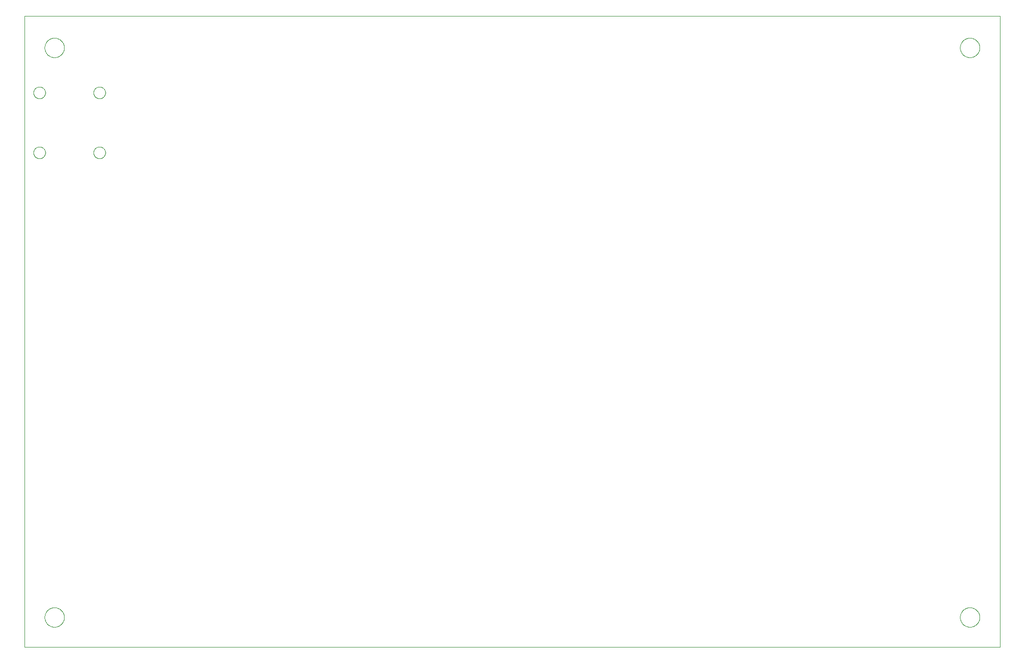
<source format=gbr>
G75*
%MOIN*%
%OFA0B0*%
%FSLAX25Y25*%
%IPPOS*%
%LPD*%
%AMOC8*
5,1,8,0,0,1.08239X$1,22.5*
%
%ADD10C,0.00000*%
D10*
X0001000Y0001000D02*
X0001000Y0422201D01*
X0650921Y0422201D01*
X0650921Y0001000D01*
X0001000Y0001000D01*
X0014504Y0021000D02*
X0014506Y0021161D01*
X0014512Y0021321D01*
X0014522Y0021482D01*
X0014536Y0021642D01*
X0014554Y0021801D01*
X0014575Y0021961D01*
X0014601Y0022119D01*
X0014631Y0022277D01*
X0014664Y0022434D01*
X0014702Y0022591D01*
X0014743Y0022746D01*
X0014788Y0022900D01*
X0014837Y0023053D01*
X0014890Y0023205D01*
X0014946Y0023355D01*
X0015006Y0023504D01*
X0015070Y0023652D01*
X0015137Y0023798D01*
X0015208Y0023942D01*
X0015283Y0024084D01*
X0015361Y0024225D01*
X0015442Y0024363D01*
X0015527Y0024500D01*
X0015616Y0024634D01*
X0015707Y0024766D01*
X0015802Y0024896D01*
X0015900Y0025023D01*
X0016001Y0025148D01*
X0016105Y0025271D01*
X0016212Y0025390D01*
X0016322Y0025507D01*
X0016435Y0025622D01*
X0016551Y0025733D01*
X0016669Y0025842D01*
X0016790Y0025947D01*
X0016914Y0026050D01*
X0017040Y0026150D01*
X0017169Y0026246D01*
X0017300Y0026339D01*
X0017433Y0026429D01*
X0017568Y0026516D01*
X0017706Y0026599D01*
X0017845Y0026678D01*
X0017987Y0026755D01*
X0018130Y0026828D01*
X0018275Y0026897D01*
X0018422Y0026962D01*
X0018570Y0027024D01*
X0018720Y0027083D01*
X0018871Y0027137D01*
X0019023Y0027188D01*
X0019177Y0027235D01*
X0019332Y0027278D01*
X0019487Y0027317D01*
X0019644Y0027353D01*
X0019802Y0027385D01*
X0019960Y0027412D01*
X0020119Y0027436D01*
X0020278Y0027456D01*
X0020438Y0027472D01*
X0020599Y0027484D01*
X0020759Y0027492D01*
X0020920Y0027496D01*
X0021080Y0027496D01*
X0021241Y0027492D01*
X0021401Y0027484D01*
X0021562Y0027472D01*
X0021722Y0027456D01*
X0021881Y0027436D01*
X0022040Y0027412D01*
X0022198Y0027385D01*
X0022356Y0027353D01*
X0022513Y0027317D01*
X0022668Y0027278D01*
X0022823Y0027235D01*
X0022977Y0027188D01*
X0023129Y0027137D01*
X0023280Y0027083D01*
X0023430Y0027024D01*
X0023578Y0026962D01*
X0023725Y0026897D01*
X0023870Y0026828D01*
X0024013Y0026755D01*
X0024155Y0026678D01*
X0024294Y0026599D01*
X0024432Y0026516D01*
X0024567Y0026429D01*
X0024700Y0026339D01*
X0024831Y0026246D01*
X0024960Y0026150D01*
X0025086Y0026050D01*
X0025210Y0025947D01*
X0025331Y0025842D01*
X0025449Y0025733D01*
X0025565Y0025622D01*
X0025678Y0025507D01*
X0025788Y0025390D01*
X0025895Y0025271D01*
X0025999Y0025148D01*
X0026100Y0025023D01*
X0026198Y0024896D01*
X0026293Y0024766D01*
X0026384Y0024634D01*
X0026473Y0024500D01*
X0026558Y0024363D01*
X0026639Y0024225D01*
X0026717Y0024084D01*
X0026792Y0023942D01*
X0026863Y0023798D01*
X0026930Y0023652D01*
X0026994Y0023504D01*
X0027054Y0023355D01*
X0027110Y0023205D01*
X0027163Y0023053D01*
X0027212Y0022900D01*
X0027257Y0022746D01*
X0027298Y0022591D01*
X0027336Y0022434D01*
X0027369Y0022277D01*
X0027399Y0022119D01*
X0027425Y0021961D01*
X0027446Y0021801D01*
X0027464Y0021642D01*
X0027478Y0021482D01*
X0027488Y0021321D01*
X0027494Y0021161D01*
X0027496Y0021000D01*
X0027494Y0020839D01*
X0027488Y0020679D01*
X0027478Y0020518D01*
X0027464Y0020358D01*
X0027446Y0020199D01*
X0027425Y0020039D01*
X0027399Y0019881D01*
X0027369Y0019723D01*
X0027336Y0019566D01*
X0027298Y0019409D01*
X0027257Y0019254D01*
X0027212Y0019100D01*
X0027163Y0018947D01*
X0027110Y0018795D01*
X0027054Y0018645D01*
X0026994Y0018496D01*
X0026930Y0018348D01*
X0026863Y0018202D01*
X0026792Y0018058D01*
X0026717Y0017916D01*
X0026639Y0017775D01*
X0026558Y0017637D01*
X0026473Y0017500D01*
X0026384Y0017366D01*
X0026293Y0017234D01*
X0026198Y0017104D01*
X0026100Y0016977D01*
X0025999Y0016852D01*
X0025895Y0016729D01*
X0025788Y0016610D01*
X0025678Y0016493D01*
X0025565Y0016378D01*
X0025449Y0016267D01*
X0025331Y0016158D01*
X0025210Y0016053D01*
X0025086Y0015950D01*
X0024960Y0015850D01*
X0024831Y0015754D01*
X0024700Y0015661D01*
X0024567Y0015571D01*
X0024432Y0015484D01*
X0024294Y0015401D01*
X0024155Y0015322D01*
X0024013Y0015245D01*
X0023870Y0015172D01*
X0023725Y0015103D01*
X0023578Y0015038D01*
X0023430Y0014976D01*
X0023280Y0014917D01*
X0023129Y0014863D01*
X0022977Y0014812D01*
X0022823Y0014765D01*
X0022668Y0014722D01*
X0022513Y0014683D01*
X0022356Y0014647D01*
X0022198Y0014615D01*
X0022040Y0014588D01*
X0021881Y0014564D01*
X0021722Y0014544D01*
X0021562Y0014528D01*
X0021401Y0014516D01*
X0021241Y0014508D01*
X0021080Y0014504D01*
X0020920Y0014504D01*
X0020759Y0014508D01*
X0020599Y0014516D01*
X0020438Y0014528D01*
X0020278Y0014544D01*
X0020119Y0014564D01*
X0019960Y0014588D01*
X0019802Y0014615D01*
X0019644Y0014647D01*
X0019487Y0014683D01*
X0019332Y0014722D01*
X0019177Y0014765D01*
X0019023Y0014812D01*
X0018871Y0014863D01*
X0018720Y0014917D01*
X0018570Y0014976D01*
X0018422Y0015038D01*
X0018275Y0015103D01*
X0018130Y0015172D01*
X0017987Y0015245D01*
X0017845Y0015322D01*
X0017706Y0015401D01*
X0017568Y0015484D01*
X0017433Y0015571D01*
X0017300Y0015661D01*
X0017169Y0015754D01*
X0017040Y0015850D01*
X0016914Y0015950D01*
X0016790Y0016053D01*
X0016669Y0016158D01*
X0016551Y0016267D01*
X0016435Y0016378D01*
X0016322Y0016493D01*
X0016212Y0016610D01*
X0016105Y0016729D01*
X0016001Y0016852D01*
X0015900Y0016977D01*
X0015802Y0017104D01*
X0015707Y0017234D01*
X0015616Y0017366D01*
X0015527Y0017500D01*
X0015442Y0017637D01*
X0015361Y0017775D01*
X0015283Y0017916D01*
X0015208Y0018058D01*
X0015137Y0018202D01*
X0015070Y0018348D01*
X0015006Y0018496D01*
X0014946Y0018645D01*
X0014890Y0018795D01*
X0014837Y0018947D01*
X0014788Y0019100D01*
X0014743Y0019254D01*
X0014702Y0019409D01*
X0014664Y0019566D01*
X0014631Y0019723D01*
X0014601Y0019881D01*
X0014575Y0020039D01*
X0014554Y0020199D01*
X0014536Y0020358D01*
X0014522Y0020518D01*
X0014512Y0020679D01*
X0014506Y0020839D01*
X0014504Y0021000D01*
X0007063Y0331000D02*
X0007065Y0331125D01*
X0007071Y0331250D01*
X0007081Y0331374D01*
X0007095Y0331498D01*
X0007112Y0331622D01*
X0007134Y0331745D01*
X0007160Y0331867D01*
X0007189Y0331989D01*
X0007222Y0332109D01*
X0007260Y0332228D01*
X0007300Y0332347D01*
X0007345Y0332463D01*
X0007393Y0332578D01*
X0007445Y0332692D01*
X0007501Y0332804D01*
X0007560Y0332914D01*
X0007622Y0333022D01*
X0007688Y0333129D01*
X0007757Y0333233D01*
X0007830Y0333334D01*
X0007905Y0333434D01*
X0007984Y0333531D01*
X0008066Y0333625D01*
X0008151Y0333717D01*
X0008238Y0333806D01*
X0008329Y0333892D01*
X0008422Y0333975D01*
X0008518Y0334056D01*
X0008616Y0334133D01*
X0008716Y0334207D01*
X0008819Y0334278D01*
X0008924Y0334345D01*
X0009032Y0334410D01*
X0009141Y0334470D01*
X0009252Y0334528D01*
X0009365Y0334581D01*
X0009479Y0334631D01*
X0009595Y0334678D01*
X0009712Y0334720D01*
X0009831Y0334759D01*
X0009951Y0334795D01*
X0010072Y0334826D01*
X0010194Y0334854D01*
X0010316Y0334877D01*
X0010440Y0334897D01*
X0010564Y0334913D01*
X0010688Y0334925D01*
X0010813Y0334933D01*
X0010938Y0334937D01*
X0011062Y0334937D01*
X0011187Y0334933D01*
X0011312Y0334925D01*
X0011436Y0334913D01*
X0011560Y0334897D01*
X0011684Y0334877D01*
X0011806Y0334854D01*
X0011928Y0334826D01*
X0012049Y0334795D01*
X0012169Y0334759D01*
X0012288Y0334720D01*
X0012405Y0334678D01*
X0012521Y0334631D01*
X0012635Y0334581D01*
X0012748Y0334528D01*
X0012859Y0334470D01*
X0012969Y0334410D01*
X0013076Y0334345D01*
X0013181Y0334278D01*
X0013284Y0334207D01*
X0013384Y0334133D01*
X0013482Y0334056D01*
X0013578Y0333975D01*
X0013671Y0333892D01*
X0013762Y0333806D01*
X0013849Y0333717D01*
X0013934Y0333625D01*
X0014016Y0333531D01*
X0014095Y0333434D01*
X0014170Y0333334D01*
X0014243Y0333233D01*
X0014312Y0333129D01*
X0014378Y0333022D01*
X0014440Y0332914D01*
X0014499Y0332804D01*
X0014555Y0332692D01*
X0014607Y0332578D01*
X0014655Y0332463D01*
X0014700Y0332347D01*
X0014740Y0332228D01*
X0014778Y0332109D01*
X0014811Y0331989D01*
X0014840Y0331867D01*
X0014866Y0331745D01*
X0014888Y0331622D01*
X0014905Y0331498D01*
X0014919Y0331374D01*
X0014929Y0331250D01*
X0014935Y0331125D01*
X0014937Y0331000D01*
X0014935Y0330875D01*
X0014929Y0330750D01*
X0014919Y0330626D01*
X0014905Y0330502D01*
X0014888Y0330378D01*
X0014866Y0330255D01*
X0014840Y0330133D01*
X0014811Y0330011D01*
X0014778Y0329891D01*
X0014740Y0329772D01*
X0014700Y0329653D01*
X0014655Y0329537D01*
X0014607Y0329422D01*
X0014555Y0329308D01*
X0014499Y0329196D01*
X0014440Y0329086D01*
X0014378Y0328978D01*
X0014312Y0328871D01*
X0014243Y0328767D01*
X0014170Y0328666D01*
X0014095Y0328566D01*
X0014016Y0328469D01*
X0013934Y0328375D01*
X0013849Y0328283D01*
X0013762Y0328194D01*
X0013671Y0328108D01*
X0013578Y0328025D01*
X0013482Y0327944D01*
X0013384Y0327867D01*
X0013284Y0327793D01*
X0013181Y0327722D01*
X0013076Y0327655D01*
X0012968Y0327590D01*
X0012859Y0327530D01*
X0012748Y0327472D01*
X0012635Y0327419D01*
X0012521Y0327369D01*
X0012405Y0327322D01*
X0012288Y0327280D01*
X0012169Y0327241D01*
X0012049Y0327205D01*
X0011928Y0327174D01*
X0011806Y0327146D01*
X0011684Y0327123D01*
X0011560Y0327103D01*
X0011436Y0327087D01*
X0011312Y0327075D01*
X0011187Y0327067D01*
X0011062Y0327063D01*
X0010938Y0327063D01*
X0010813Y0327067D01*
X0010688Y0327075D01*
X0010564Y0327087D01*
X0010440Y0327103D01*
X0010316Y0327123D01*
X0010194Y0327146D01*
X0010072Y0327174D01*
X0009951Y0327205D01*
X0009831Y0327241D01*
X0009712Y0327280D01*
X0009595Y0327322D01*
X0009479Y0327369D01*
X0009365Y0327419D01*
X0009252Y0327472D01*
X0009141Y0327530D01*
X0009031Y0327590D01*
X0008924Y0327655D01*
X0008819Y0327722D01*
X0008716Y0327793D01*
X0008616Y0327867D01*
X0008518Y0327944D01*
X0008422Y0328025D01*
X0008329Y0328108D01*
X0008238Y0328194D01*
X0008151Y0328283D01*
X0008066Y0328375D01*
X0007984Y0328469D01*
X0007905Y0328566D01*
X0007830Y0328666D01*
X0007757Y0328767D01*
X0007688Y0328871D01*
X0007622Y0328978D01*
X0007560Y0329086D01*
X0007501Y0329196D01*
X0007445Y0329308D01*
X0007393Y0329422D01*
X0007345Y0329537D01*
X0007300Y0329653D01*
X0007260Y0329772D01*
X0007222Y0329891D01*
X0007189Y0330011D01*
X0007160Y0330133D01*
X0007134Y0330255D01*
X0007112Y0330378D01*
X0007095Y0330502D01*
X0007081Y0330626D01*
X0007071Y0330750D01*
X0007065Y0330875D01*
X0007063Y0331000D01*
X0047063Y0331000D02*
X0047065Y0331125D01*
X0047071Y0331250D01*
X0047081Y0331374D01*
X0047095Y0331498D01*
X0047112Y0331622D01*
X0047134Y0331745D01*
X0047160Y0331867D01*
X0047189Y0331989D01*
X0047222Y0332109D01*
X0047260Y0332228D01*
X0047300Y0332347D01*
X0047345Y0332463D01*
X0047393Y0332578D01*
X0047445Y0332692D01*
X0047501Y0332804D01*
X0047560Y0332914D01*
X0047622Y0333022D01*
X0047688Y0333129D01*
X0047757Y0333233D01*
X0047830Y0333334D01*
X0047905Y0333434D01*
X0047984Y0333531D01*
X0048066Y0333625D01*
X0048151Y0333717D01*
X0048238Y0333806D01*
X0048329Y0333892D01*
X0048422Y0333975D01*
X0048518Y0334056D01*
X0048616Y0334133D01*
X0048716Y0334207D01*
X0048819Y0334278D01*
X0048924Y0334345D01*
X0049032Y0334410D01*
X0049141Y0334470D01*
X0049252Y0334528D01*
X0049365Y0334581D01*
X0049479Y0334631D01*
X0049595Y0334678D01*
X0049712Y0334720D01*
X0049831Y0334759D01*
X0049951Y0334795D01*
X0050072Y0334826D01*
X0050194Y0334854D01*
X0050316Y0334877D01*
X0050440Y0334897D01*
X0050564Y0334913D01*
X0050688Y0334925D01*
X0050813Y0334933D01*
X0050938Y0334937D01*
X0051062Y0334937D01*
X0051187Y0334933D01*
X0051312Y0334925D01*
X0051436Y0334913D01*
X0051560Y0334897D01*
X0051684Y0334877D01*
X0051806Y0334854D01*
X0051928Y0334826D01*
X0052049Y0334795D01*
X0052169Y0334759D01*
X0052288Y0334720D01*
X0052405Y0334678D01*
X0052521Y0334631D01*
X0052635Y0334581D01*
X0052748Y0334528D01*
X0052859Y0334470D01*
X0052969Y0334410D01*
X0053076Y0334345D01*
X0053181Y0334278D01*
X0053284Y0334207D01*
X0053384Y0334133D01*
X0053482Y0334056D01*
X0053578Y0333975D01*
X0053671Y0333892D01*
X0053762Y0333806D01*
X0053849Y0333717D01*
X0053934Y0333625D01*
X0054016Y0333531D01*
X0054095Y0333434D01*
X0054170Y0333334D01*
X0054243Y0333233D01*
X0054312Y0333129D01*
X0054378Y0333022D01*
X0054440Y0332914D01*
X0054499Y0332804D01*
X0054555Y0332692D01*
X0054607Y0332578D01*
X0054655Y0332463D01*
X0054700Y0332347D01*
X0054740Y0332228D01*
X0054778Y0332109D01*
X0054811Y0331989D01*
X0054840Y0331867D01*
X0054866Y0331745D01*
X0054888Y0331622D01*
X0054905Y0331498D01*
X0054919Y0331374D01*
X0054929Y0331250D01*
X0054935Y0331125D01*
X0054937Y0331000D01*
X0054935Y0330875D01*
X0054929Y0330750D01*
X0054919Y0330626D01*
X0054905Y0330502D01*
X0054888Y0330378D01*
X0054866Y0330255D01*
X0054840Y0330133D01*
X0054811Y0330011D01*
X0054778Y0329891D01*
X0054740Y0329772D01*
X0054700Y0329653D01*
X0054655Y0329537D01*
X0054607Y0329422D01*
X0054555Y0329308D01*
X0054499Y0329196D01*
X0054440Y0329086D01*
X0054378Y0328978D01*
X0054312Y0328871D01*
X0054243Y0328767D01*
X0054170Y0328666D01*
X0054095Y0328566D01*
X0054016Y0328469D01*
X0053934Y0328375D01*
X0053849Y0328283D01*
X0053762Y0328194D01*
X0053671Y0328108D01*
X0053578Y0328025D01*
X0053482Y0327944D01*
X0053384Y0327867D01*
X0053284Y0327793D01*
X0053181Y0327722D01*
X0053076Y0327655D01*
X0052968Y0327590D01*
X0052859Y0327530D01*
X0052748Y0327472D01*
X0052635Y0327419D01*
X0052521Y0327369D01*
X0052405Y0327322D01*
X0052288Y0327280D01*
X0052169Y0327241D01*
X0052049Y0327205D01*
X0051928Y0327174D01*
X0051806Y0327146D01*
X0051684Y0327123D01*
X0051560Y0327103D01*
X0051436Y0327087D01*
X0051312Y0327075D01*
X0051187Y0327067D01*
X0051062Y0327063D01*
X0050938Y0327063D01*
X0050813Y0327067D01*
X0050688Y0327075D01*
X0050564Y0327087D01*
X0050440Y0327103D01*
X0050316Y0327123D01*
X0050194Y0327146D01*
X0050072Y0327174D01*
X0049951Y0327205D01*
X0049831Y0327241D01*
X0049712Y0327280D01*
X0049595Y0327322D01*
X0049479Y0327369D01*
X0049365Y0327419D01*
X0049252Y0327472D01*
X0049141Y0327530D01*
X0049031Y0327590D01*
X0048924Y0327655D01*
X0048819Y0327722D01*
X0048716Y0327793D01*
X0048616Y0327867D01*
X0048518Y0327944D01*
X0048422Y0328025D01*
X0048329Y0328108D01*
X0048238Y0328194D01*
X0048151Y0328283D01*
X0048066Y0328375D01*
X0047984Y0328469D01*
X0047905Y0328566D01*
X0047830Y0328666D01*
X0047757Y0328767D01*
X0047688Y0328871D01*
X0047622Y0328978D01*
X0047560Y0329086D01*
X0047501Y0329196D01*
X0047445Y0329308D01*
X0047393Y0329422D01*
X0047345Y0329537D01*
X0047300Y0329653D01*
X0047260Y0329772D01*
X0047222Y0329891D01*
X0047189Y0330011D01*
X0047160Y0330133D01*
X0047134Y0330255D01*
X0047112Y0330378D01*
X0047095Y0330502D01*
X0047081Y0330626D01*
X0047071Y0330750D01*
X0047065Y0330875D01*
X0047063Y0331000D01*
X0047063Y0371000D02*
X0047065Y0371125D01*
X0047071Y0371250D01*
X0047081Y0371374D01*
X0047095Y0371498D01*
X0047112Y0371622D01*
X0047134Y0371745D01*
X0047160Y0371867D01*
X0047189Y0371989D01*
X0047222Y0372109D01*
X0047260Y0372228D01*
X0047300Y0372347D01*
X0047345Y0372463D01*
X0047393Y0372578D01*
X0047445Y0372692D01*
X0047501Y0372804D01*
X0047560Y0372914D01*
X0047622Y0373022D01*
X0047688Y0373129D01*
X0047757Y0373233D01*
X0047830Y0373334D01*
X0047905Y0373434D01*
X0047984Y0373531D01*
X0048066Y0373625D01*
X0048151Y0373717D01*
X0048238Y0373806D01*
X0048329Y0373892D01*
X0048422Y0373975D01*
X0048518Y0374056D01*
X0048616Y0374133D01*
X0048716Y0374207D01*
X0048819Y0374278D01*
X0048924Y0374345D01*
X0049032Y0374410D01*
X0049141Y0374470D01*
X0049252Y0374528D01*
X0049365Y0374581D01*
X0049479Y0374631D01*
X0049595Y0374678D01*
X0049712Y0374720D01*
X0049831Y0374759D01*
X0049951Y0374795D01*
X0050072Y0374826D01*
X0050194Y0374854D01*
X0050316Y0374877D01*
X0050440Y0374897D01*
X0050564Y0374913D01*
X0050688Y0374925D01*
X0050813Y0374933D01*
X0050938Y0374937D01*
X0051062Y0374937D01*
X0051187Y0374933D01*
X0051312Y0374925D01*
X0051436Y0374913D01*
X0051560Y0374897D01*
X0051684Y0374877D01*
X0051806Y0374854D01*
X0051928Y0374826D01*
X0052049Y0374795D01*
X0052169Y0374759D01*
X0052288Y0374720D01*
X0052405Y0374678D01*
X0052521Y0374631D01*
X0052635Y0374581D01*
X0052748Y0374528D01*
X0052859Y0374470D01*
X0052969Y0374410D01*
X0053076Y0374345D01*
X0053181Y0374278D01*
X0053284Y0374207D01*
X0053384Y0374133D01*
X0053482Y0374056D01*
X0053578Y0373975D01*
X0053671Y0373892D01*
X0053762Y0373806D01*
X0053849Y0373717D01*
X0053934Y0373625D01*
X0054016Y0373531D01*
X0054095Y0373434D01*
X0054170Y0373334D01*
X0054243Y0373233D01*
X0054312Y0373129D01*
X0054378Y0373022D01*
X0054440Y0372914D01*
X0054499Y0372804D01*
X0054555Y0372692D01*
X0054607Y0372578D01*
X0054655Y0372463D01*
X0054700Y0372347D01*
X0054740Y0372228D01*
X0054778Y0372109D01*
X0054811Y0371989D01*
X0054840Y0371867D01*
X0054866Y0371745D01*
X0054888Y0371622D01*
X0054905Y0371498D01*
X0054919Y0371374D01*
X0054929Y0371250D01*
X0054935Y0371125D01*
X0054937Y0371000D01*
X0054935Y0370875D01*
X0054929Y0370750D01*
X0054919Y0370626D01*
X0054905Y0370502D01*
X0054888Y0370378D01*
X0054866Y0370255D01*
X0054840Y0370133D01*
X0054811Y0370011D01*
X0054778Y0369891D01*
X0054740Y0369772D01*
X0054700Y0369653D01*
X0054655Y0369537D01*
X0054607Y0369422D01*
X0054555Y0369308D01*
X0054499Y0369196D01*
X0054440Y0369086D01*
X0054378Y0368978D01*
X0054312Y0368871D01*
X0054243Y0368767D01*
X0054170Y0368666D01*
X0054095Y0368566D01*
X0054016Y0368469D01*
X0053934Y0368375D01*
X0053849Y0368283D01*
X0053762Y0368194D01*
X0053671Y0368108D01*
X0053578Y0368025D01*
X0053482Y0367944D01*
X0053384Y0367867D01*
X0053284Y0367793D01*
X0053181Y0367722D01*
X0053076Y0367655D01*
X0052968Y0367590D01*
X0052859Y0367530D01*
X0052748Y0367472D01*
X0052635Y0367419D01*
X0052521Y0367369D01*
X0052405Y0367322D01*
X0052288Y0367280D01*
X0052169Y0367241D01*
X0052049Y0367205D01*
X0051928Y0367174D01*
X0051806Y0367146D01*
X0051684Y0367123D01*
X0051560Y0367103D01*
X0051436Y0367087D01*
X0051312Y0367075D01*
X0051187Y0367067D01*
X0051062Y0367063D01*
X0050938Y0367063D01*
X0050813Y0367067D01*
X0050688Y0367075D01*
X0050564Y0367087D01*
X0050440Y0367103D01*
X0050316Y0367123D01*
X0050194Y0367146D01*
X0050072Y0367174D01*
X0049951Y0367205D01*
X0049831Y0367241D01*
X0049712Y0367280D01*
X0049595Y0367322D01*
X0049479Y0367369D01*
X0049365Y0367419D01*
X0049252Y0367472D01*
X0049141Y0367530D01*
X0049031Y0367590D01*
X0048924Y0367655D01*
X0048819Y0367722D01*
X0048716Y0367793D01*
X0048616Y0367867D01*
X0048518Y0367944D01*
X0048422Y0368025D01*
X0048329Y0368108D01*
X0048238Y0368194D01*
X0048151Y0368283D01*
X0048066Y0368375D01*
X0047984Y0368469D01*
X0047905Y0368566D01*
X0047830Y0368666D01*
X0047757Y0368767D01*
X0047688Y0368871D01*
X0047622Y0368978D01*
X0047560Y0369086D01*
X0047501Y0369196D01*
X0047445Y0369308D01*
X0047393Y0369422D01*
X0047345Y0369537D01*
X0047300Y0369653D01*
X0047260Y0369772D01*
X0047222Y0369891D01*
X0047189Y0370011D01*
X0047160Y0370133D01*
X0047134Y0370255D01*
X0047112Y0370378D01*
X0047095Y0370502D01*
X0047081Y0370626D01*
X0047071Y0370750D01*
X0047065Y0370875D01*
X0047063Y0371000D01*
X0007063Y0371000D02*
X0007065Y0371125D01*
X0007071Y0371250D01*
X0007081Y0371374D01*
X0007095Y0371498D01*
X0007112Y0371622D01*
X0007134Y0371745D01*
X0007160Y0371867D01*
X0007189Y0371989D01*
X0007222Y0372109D01*
X0007260Y0372228D01*
X0007300Y0372347D01*
X0007345Y0372463D01*
X0007393Y0372578D01*
X0007445Y0372692D01*
X0007501Y0372804D01*
X0007560Y0372914D01*
X0007622Y0373022D01*
X0007688Y0373129D01*
X0007757Y0373233D01*
X0007830Y0373334D01*
X0007905Y0373434D01*
X0007984Y0373531D01*
X0008066Y0373625D01*
X0008151Y0373717D01*
X0008238Y0373806D01*
X0008329Y0373892D01*
X0008422Y0373975D01*
X0008518Y0374056D01*
X0008616Y0374133D01*
X0008716Y0374207D01*
X0008819Y0374278D01*
X0008924Y0374345D01*
X0009032Y0374410D01*
X0009141Y0374470D01*
X0009252Y0374528D01*
X0009365Y0374581D01*
X0009479Y0374631D01*
X0009595Y0374678D01*
X0009712Y0374720D01*
X0009831Y0374759D01*
X0009951Y0374795D01*
X0010072Y0374826D01*
X0010194Y0374854D01*
X0010316Y0374877D01*
X0010440Y0374897D01*
X0010564Y0374913D01*
X0010688Y0374925D01*
X0010813Y0374933D01*
X0010938Y0374937D01*
X0011062Y0374937D01*
X0011187Y0374933D01*
X0011312Y0374925D01*
X0011436Y0374913D01*
X0011560Y0374897D01*
X0011684Y0374877D01*
X0011806Y0374854D01*
X0011928Y0374826D01*
X0012049Y0374795D01*
X0012169Y0374759D01*
X0012288Y0374720D01*
X0012405Y0374678D01*
X0012521Y0374631D01*
X0012635Y0374581D01*
X0012748Y0374528D01*
X0012859Y0374470D01*
X0012969Y0374410D01*
X0013076Y0374345D01*
X0013181Y0374278D01*
X0013284Y0374207D01*
X0013384Y0374133D01*
X0013482Y0374056D01*
X0013578Y0373975D01*
X0013671Y0373892D01*
X0013762Y0373806D01*
X0013849Y0373717D01*
X0013934Y0373625D01*
X0014016Y0373531D01*
X0014095Y0373434D01*
X0014170Y0373334D01*
X0014243Y0373233D01*
X0014312Y0373129D01*
X0014378Y0373022D01*
X0014440Y0372914D01*
X0014499Y0372804D01*
X0014555Y0372692D01*
X0014607Y0372578D01*
X0014655Y0372463D01*
X0014700Y0372347D01*
X0014740Y0372228D01*
X0014778Y0372109D01*
X0014811Y0371989D01*
X0014840Y0371867D01*
X0014866Y0371745D01*
X0014888Y0371622D01*
X0014905Y0371498D01*
X0014919Y0371374D01*
X0014929Y0371250D01*
X0014935Y0371125D01*
X0014937Y0371000D01*
X0014935Y0370875D01*
X0014929Y0370750D01*
X0014919Y0370626D01*
X0014905Y0370502D01*
X0014888Y0370378D01*
X0014866Y0370255D01*
X0014840Y0370133D01*
X0014811Y0370011D01*
X0014778Y0369891D01*
X0014740Y0369772D01*
X0014700Y0369653D01*
X0014655Y0369537D01*
X0014607Y0369422D01*
X0014555Y0369308D01*
X0014499Y0369196D01*
X0014440Y0369086D01*
X0014378Y0368978D01*
X0014312Y0368871D01*
X0014243Y0368767D01*
X0014170Y0368666D01*
X0014095Y0368566D01*
X0014016Y0368469D01*
X0013934Y0368375D01*
X0013849Y0368283D01*
X0013762Y0368194D01*
X0013671Y0368108D01*
X0013578Y0368025D01*
X0013482Y0367944D01*
X0013384Y0367867D01*
X0013284Y0367793D01*
X0013181Y0367722D01*
X0013076Y0367655D01*
X0012968Y0367590D01*
X0012859Y0367530D01*
X0012748Y0367472D01*
X0012635Y0367419D01*
X0012521Y0367369D01*
X0012405Y0367322D01*
X0012288Y0367280D01*
X0012169Y0367241D01*
X0012049Y0367205D01*
X0011928Y0367174D01*
X0011806Y0367146D01*
X0011684Y0367123D01*
X0011560Y0367103D01*
X0011436Y0367087D01*
X0011312Y0367075D01*
X0011187Y0367067D01*
X0011062Y0367063D01*
X0010938Y0367063D01*
X0010813Y0367067D01*
X0010688Y0367075D01*
X0010564Y0367087D01*
X0010440Y0367103D01*
X0010316Y0367123D01*
X0010194Y0367146D01*
X0010072Y0367174D01*
X0009951Y0367205D01*
X0009831Y0367241D01*
X0009712Y0367280D01*
X0009595Y0367322D01*
X0009479Y0367369D01*
X0009365Y0367419D01*
X0009252Y0367472D01*
X0009141Y0367530D01*
X0009031Y0367590D01*
X0008924Y0367655D01*
X0008819Y0367722D01*
X0008716Y0367793D01*
X0008616Y0367867D01*
X0008518Y0367944D01*
X0008422Y0368025D01*
X0008329Y0368108D01*
X0008238Y0368194D01*
X0008151Y0368283D01*
X0008066Y0368375D01*
X0007984Y0368469D01*
X0007905Y0368566D01*
X0007830Y0368666D01*
X0007757Y0368767D01*
X0007688Y0368871D01*
X0007622Y0368978D01*
X0007560Y0369086D01*
X0007501Y0369196D01*
X0007445Y0369308D01*
X0007393Y0369422D01*
X0007345Y0369537D01*
X0007300Y0369653D01*
X0007260Y0369772D01*
X0007222Y0369891D01*
X0007189Y0370011D01*
X0007160Y0370133D01*
X0007134Y0370255D01*
X0007112Y0370378D01*
X0007095Y0370502D01*
X0007081Y0370626D01*
X0007071Y0370750D01*
X0007065Y0370875D01*
X0007063Y0371000D01*
X0014504Y0401000D02*
X0014506Y0401161D01*
X0014512Y0401321D01*
X0014522Y0401482D01*
X0014536Y0401642D01*
X0014554Y0401801D01*
X0014575Y0401961D01*
X0014601Y0402119D01*
X0014631Y0402277D01*
X0014664Y0402434D01*
X0014702Y0402591D01*
X0014743Y0402746D01*
X0014788Y0402900D01*
X0014837Y0403053D01*
X0014890Y0403205D01*
X0014946Y0403355D01*
X0015006Y0403504D01*
X0015070Y0403652D01*
X0015137Y0403798D01*
X0015208Y0403942D01*
X0015283Y0404084D01*
X0015361Y0404225D01*
X0015442Y0404363D01*
X0015527Y0404500D01*
X0015616Y0404634D01*
X0015707Y0404766D01*
X0015802Y0404896D01*
X0015900Y0405023D01*
X0016001Y0405148D01*
X0016105Y0405271D01*
X0016212Y0405390D01*
X0016322Y0405507D01*
X0016435Y0405622D01*
X0016551Y0405733D01*
X0016669Y0405842D01*
X0016790Y0405947D01*
X0016914Y0406050D01*
X0017040Y0406150D01*
X0017169Y0406246D01*
X0017300Y0406339D01*
X0017433Y0406429D01*
X0017568Y0406516D01*
X0017706Y0406599D01*
X0017845Y0406678D01*
X0017987Y0406755D01*
X0018130Y0406828D01*
X0018275Y0406897D01*
X0018422Y0406962D01*
X0018570Y0407024D01*
X0018720Y0407083D01*
X0018871Y0407137D01*
X0019023Y0407188D01*
X0019177Y0407235D01*
X0019332Y0407278D01*
X0019487Y0407317D01*
X0019644Y0407353D01*
X0019802Y0407385D01*
X0019960Y0407412D01*
X0020119Y0407436D01*
X0020278Y0407456D01*
X0020438Y0407472D01*
X0020599Y0407484D01*
X0020759Y0407492D01*
X0020920Y0407496D01*
X0021080Y0407496D01*
X0021241Y0407492D01*
X0021401Y0407484D01*
X0021562Y0407472D01*
X0021722Y0407456D01*
X0021881Y0407436D01*
X0022040Y0407412D01*
X0022198Y0407385D01*
X0022356Y0407353D01*
X0022513Y0407317D01*
X0022668Y0407278D01*
X0022823Y0407235D01*
X0022977Y0407188D01*
X0023129Y0407137D01*
X0023280Y0407083D01*
X0023430Y0407024D01*
X0023578Y0406962D01*
X0023725Y0406897D01*
X0023870Y0406828D01*
X0024013Y0406755D01*
X0024155Y0406678D01*
X0024294Y0406599D01*
X0024432Y0406516D01*
X0024567Y0406429D01*
X0024700Y0406339D01*
X0024831Y0406246D01*
X0024960Y0406150D01*
X0025086Y0406050D01*
X0025210Y0405947D01*
X0025331Y0405842D01*
X0025449Y0405733D01*
X0025565Y0405622D01*
X0025678Y0405507D01*
X0025788Y0405390D01*
X0025895Y0405271D01*
X0025999Y0405148D01*
X0026100Y0405023D01*
X0026198Y0404896D01*
X0026293Y0404766D01*
X0026384Y0404634D01*
X0026473Y0404500D01*
X0026558Y0404363D01*
X0026639Y0404225D01*
X0026717Y0404084D01*
X0026792Y0403942D01*
X0026863Y0403798D01*
X0026930Y0403652D01*
X0026994Y0403504D01*
X0027054Y0403355D01*
X0027110Y0403205D01*
X0027163Y0403053D01*
X0027212Y0402900D01*
X0027257Y0402746D01*
X0027298Y0402591D01*
X0027336Y0402434D01*
X0027369Y0402277D01*
X0027399Y0402119D01*
X0027425Y0401961D01*
X0027446Y0401801D01*
X0027464Y0401642D01*
X0027478Y0401482D01*
X0027488Y0401321D01*
X0027494Y0401161D01*
X0027496Y0401000D01*
X0027494Y0400839D01*
X0027488Y0400679D01*
X0027478Y0400518D01*
X0027464Y0400358D01*
X0027446Y0400199D01*
X0027425Y0400039D01*
X0027399Y0399881D01*
X0027369Y0399723D01*
X0027336Y0399566D01*
X0027298Y0399409D01*
X0027257Y0399254D01*
X0027212Y0399100D01*
X0027163Y0398947D01*
X0027110Y0398795D01*
X0027054Y0398645D01*
X0026994Y0398496D01*
X0026930Y0398348D01*
X0026863Y0398202D01*
X0026792Y0398058D01*
X0026717Y0397916D01*
X0026639Y0397775D01*
X0026558Y0397637D01*
X0026473Y0397500D01*
X0026384Y0397366D01*
X0026293Y0397234D01*
X0026198Y0397104D01*
X0026100Y0396977D01*
X0025999Y0396852D01*
X0025895Y0396729D01*
X0025788Y0396610D01*
X0025678Y0396493D01*
X0025565Y0396378D01*
X0025449Y0396267D01*
X0025331Y0396158D01*
X0025210Y0396053D01*
X0025086Y0395950D01*
X0024960Y0395850D01*
X0024831Y0395754D01*
X0024700Y0395661D01*
X0024567Y0395571D01*
X0024432Y0395484D01*
X0024294Y0395401D01*
X0024155Y0395322D01*
X0024013Y0395245D01*
X0023870Y0395172D01*
X0023725Y0395103D01*
X0023578Y0395038D01*
X0023430Y0394976D01*
X0023280Y0394917D01*
X0023129Y0394863D01*
X0022977Y0394812D01*
X0022823Y0394765D01*
X0022668Y0394722D01*
X0022513Y0394683D01*
X0022356Y0394647D01*
X0022198Y0394615D01*
X0022040Y0394588D01*
X0021881Y0394564D01*
X0021722Y0394544D01*
X0021562Y0394528D01*
X0021401Y0394516D01*
X0021241Y0394508D01*
X0021080Y0394504D01*
X0020920Y0394504D01*
X0020759Y0394508D01*
X0020599Y0394516D01*
X0020438Y0394528D01*
X0020278Y0394544D01*
X0020119Y0394564D01*
X0019960Y0394588D01*
X0019802Y0394615D01*
X0019644Y0394647D01*
X0019487Y0394683D01*
X0019332Y0394722D01*
X0019177Y0394765D01*
X0019023Y0394812D01*
X0018871Y0394863D01*
X0018720Y0394917D01*
X0018570Y0394976D01*
X0018422Y0395038D01*
X0018275Y0395103D01*
X0018130Y0395172D01*
X0017987Y0395245D01*
X0017845Y0395322D01*
X0017706Y0395401D01*
X0017568Y0395484D01*
X0017433Y0395571D01*
X0017300Y0395661D01*
X0017169Y0395754D01*
X0017040Y0395850D01*
X0016914Y0395950D01*
X0016790Y0396053D01*
X0016669Y0396158D01*
X0016551Y0396267D01*
X0016435Y0396378D01*
X0016322Y0396493D01*
X0016212Y0396610D01*
X0016105Y0396729D01*
X0016001Y0396852D01*
X0015900Y0396977D01*
X0015802Y0397104D01*
X0015707Y0397234D01*
X0015616Y0397366D01*
X0015527Y0397500D01*
X0015442Y0397637D01*
X0015361Y0397775D01*
X0015283Y0397916D01*
X0015208Y0398058D01*
X0015137Y0398202D01*
X0015070Y0398348D01*
X0015006Y0398496D01*
X0014946Y0398645D01*
X0014890Y0398795D01*
X0014837Y0398947D01*
X0014788Y0399100D01*
X0014743Y0399254D01*
X0014702Y0399409D01*
X0014664Y0399566D01*
X0014631Y0399723D01*
X0014601Y0399881D01*
X0014575Y0400039D01*
X0014554Y0400199D01*
X0014536Y0400358D01*
X0014522Y0400518D01*
X0014512Y0400679D01*
X0014506Y0400839D01*
X0014504Y0401000D01*
X0624504Y0401000D02*
X0624506Y0401161D01*
X0624512Y0401321D01*
X0624522Y0401482D01*
X0624536Y0401642D01*
X0624554Y0401801D01*
X0624575Y0401961D01*
X0624601Y0402119D01*
X0624631Y0402277D01*
X0624664Y0402434D01*
X0624702Y0402591D01*
X0624743Y0402746D01*
X0624788Y0402900D01*
X0624837Y0403053D01*
X0624890Y0403205D01*
X0624946Y0403355D01*
X0625006Y0403504D01*
X0625070Y0403652D01*
X0625137Y0403798D01*
X0625208Y0403942D01*
X0625283Y0404084D01*
X0625361Y0404225D01*
X0625442Y0404363D01*
X0625527Y0404500D01*
X0625616Y0404634D01*
X0625707Y0404766D01*
X0625802Y0404896D01*
X0625900Y0405023D01*
X0626001Y0405148D01*
X0626105Y0405271D01*
X0626212Y0405390D01*
X0626322Y0405507D01*
X0626435Y0405622D01*
X0626551Y0405733D01*
X0626669Y0405842D01*
X0626790Y0405947D01*
X0626914Y0406050D01*
X0627040Y0406150D01*
X0627169Y0406246D01*
X0627300Y0406339D01*
X0627433Y0406429D01*
X0627568Y0406516D01*
X0627706Y0406599D01*
X0627845Y0406678D01*
X0627987Y0406755D01*
X0628130Y0406828D01*
X0628275Y0406897D01*
X0628422Y0406962D01*
X0628570Y0407024D01*
X0628720Y0407083D01*
X0628871Y0407137D01*
X0629023Y0407188D01*
X0629177Y0407235D01*
X0629332Y0407278D01*
X0629487Y0407317D01*
X0629644Y0407353D01*
X0629802Y0407385D01*
X0629960Y0407412D01*
X0630119Y0407436D01*
X0630278Y0407456D01*
X0630438Y0407472D01*
X0630599Y0407484D01*
X0630759Y0407492D01*
X0630920Y0407496D01*
X0631080Y0407496D01*
X0631241Y0407492D01*
X0631401Y0407484D01*
X0631562Y0407472D01*
X0631722Y0407456D01*
X0631881Y0407436D01*
X0632040Y0407412D01*
X0632198Y0407385D01*
X0632356Y0407353D01*
X0632513Y0407317D01*
X0632668Y0407278D01*
X0632823Y0407235D01*
X0632977Y0407188D01*
X0633129Y0407137D01*
X0633280Y0407083D01*
X0633430Y0407024D01*
X0633578Y0406962D01*
X0633725Y0406897D01*
X0633870Y0406828D01*
X0634013Y0406755D01*
X0634155Y0406678D01*
X0634294Y0406599D01*
X0634432Y0406516D01*
X0634567Y0406429D01*
X0634700Y0406339D01*
X0634831Y0406246D01*
X0634960Y0406150D01*
X0635086Y0406050D01*
X0635210Y0405947D01*
X0635331Y0405842D01*
X0635449Y0405733D01*
X0635565Y0405622D01*
X0635678Y0405507D01*
X0635788Y0405390D01*
X0635895Y0405271D01*
X0635999Y0405148D01*
X0636100Y0405023D01*
X0636198Y0404896D01*
X0636293Y0404766D01*
X0636384Y0404634D01*
X0636473Y0404500D01*
X0636558Y0404363D01*
X0636639Y0404225D01*
X0636717Y0404084D01*
X0636792Y0403942D01*
X0636863Y0403798D01*
X0636930Y0403652D01*
X0636994Y0403504D01*
X0637054Y0403355D01*
X0637110Y0403205D01*
X0637163Y0403053D01*
X0637212Y0402900D01*
X0637257Y0402746D01*
X0637298Y0402591D01*
X0637336Y0402434D01*
X0637369Y0402277D01*
X0637399Y0402119D01*
X0637425Y0401961D01*
X0637446Y0401801D01*
X0637464Y0401642D01*
X0637478Y0401482D01*
X0637488Y0401321D01*
X0637494Y0401161D01*
X0637496Y0401000D01*
X0637494Y0400839D01*
X0637488Y0400679D01*
X0637478Y0400518D01*
X0637464Y0400358D01*
X0637446Y0400199D01*
X0637425Y0400039D01*
X0637399Y0399881D01*
X0637369Y0399723D01*
X0637336Y0399566D01*
X0637298Y0399409D01*
X0637257Y0399254D01*
X0637212Y0399100D01*
X0637163Y0398947D01*
X0637110Y0398795D01*
X0637054Y0398645D01*
X0636994Y0398496D01*
X0636930Y0398348D01*
X0636863Y0398202D01*
X0636792Y0398058D01*
X0636717Y0397916D01*
X0636639Y0397775D01*
X0636558Y0397637D01*
X0636473Y0397500D01*
X0636384Y0397366D01*
X0636293Y0397234D01*
X0636198Y0397104D01*
X0636100Y0396977D01*
X0635999Y0396852D01*
X0635895Y0396729D01*
X0635788Y0396610D01*
X0635678Y0396493D01*
X0635565Y0396378D01*
X0635449Y0396267D01*
X0635331Y0396158D01*
X0635210Y0396053D01*
X0635086Y0395950D01*
X0634960Y0395850D01*
X0634831Y0395754D01*
X0634700Y0395661D01*
X0634567Y0395571D01*
X0634432Y0395484D01*
X0634294Y0395401D01*
X0634155Y0395322D01*
X0634013Y0395245D01*
X0633870Y0395172D01*
X0633725Y0395103D01*
X0633578Y0395038D01*
X0633430Y0394976D01*
X0633280Y0394917D01*
X0633129Y0394863D01*
X0632977Y0394812D01*
X0632823Y0394765D01*
X0632668Y0394722D01*
X0632513Y0394683D01*
X0632356Y0394647D01*
X0632198Y0394615D01*
X0632040Y0394588D01*
X0631881Y0394564D01*
X0631722Y0394544D01*
X0631562Y0394528D01*
X0631401Y0394516D01*
X0631241Y0394508D01*
X0631080Y0394504D01*
X0630920Y0394504D01*
X0630759Y0394508D01*
X0630599Y0394516D01*
X0630438Y0394528D01*
X0630278Y0394544D01*
X0630119Y0394564D01*
X0629960Y0394588D01*
X0629802Y0394615D01*
X0629644Y0394647D01*
X0629487Y0394683D01*
X0629332Y0394722D01*
X0629177Y0394765D01*
X0629023Y0394812D01*
X0628871Y0394863D01*
X0628720Y0394917D01*
X0628570Y0394976D01*
X0628422Y0395038D01*
X0628275Y0395103D01*
X0628130Y0395172D01*
X0627987Y0395245D01*
X0627845Y0395322D01*
X0627706Y0395401D01*
X0627568Y0395484D01*
X0627433Y0395571D01*
X0627300Y0395661D01*
X0627169Y0395754D01*
X0627040Y0395850D01*
X0626914Y0395950D01*
X0626790Y0396053D01*
X0626669Y0396158D01*
X0626551Y0396267D01*
X0626435Y0396378D01*
X0626322Y0396493D01*
X0626212Y0396610D01*
X0626105Y0396729D01*
X0626001Y0396852D01*
X0625900Y0396977D01*
X0625802Y0397104D01*
X0625707Y0397234D01*
X0625616Y0397366D01*
X0625527Y0397500D01*
X0625442Y0397637D01*
X0625361Y0397775D01*
X0625283Y0397916D01*
X0625208Y0398058D01*
X0625137Y0398202D01*
X0625070Y0398348D01*
X0625006Y0398496D01*
X0624946Y0398645D01*
X0624890Y0398795D01*
X0624837Y0398947D01*
X0624788Y0399100D01*
X0624743Y0399254D01*
X0624702Y0399409D01*
X0624664Y0399566D01*
X0624631Y0399723D01*
X0624601Y0399881D01*
X0624575Y0400039D01*
X0624554Y0400199D01*
X0624536Y0400358D01*
X0624522Y0400518D01*
X0624512Y0400679D01*
X0624506Y0400839D01*
X0624504Y0401000D01*
X0624504Y0021000D02*
X0624506Y0021161D01*
X0624512Y0021321D01*
X0624522Y0021482D01*
X0624536Y0021642D01*
X0624554Y0021801D01*
X0624575Y0021961D01*
X0624601Y0022119D01*
X0624631Y0022277D01*
X0624664Y0022434D01*
X0624702Y0022591D01*
X0624743Y0022746D01*
X0624788Y0022900D01*
X0624837Y0023053D01*
X0624890Y0023205D01*
X0624946Y0023355D01*
X0625006Y0023504D01*
X0625070Y0023652D01*
X0625137Y0023798D01*
X0625208Y0023942D01*
X0625283Y0024084D01*
X0625361Y0024225D01*
X0625442Y0024363D01*
X0625527Y0024500D01*
X0625616Y0024634D01*
X0625707Y0024766D01*
X0625802Y0024896D01*
X0625900Y0025023D01*
X0626001Y0025148D01*
X0626105Y0025271D01*
X0626212Y0025390D01*
X0626322Y0025507D01*
X0626435Y0025622D01*
X0626551Y0025733D01*
X0626669Y0025842D01*
X0626790Y0025947D01*
X0626914Y0026050D01*
X0627040Y0026150D01*
X0627169Y0026246D01*
X0627300Y0026339D01*
X0627433Y0026429D01*
X0627568Y0026516D01*
X0627706Y0026599D01*
X0627845Y0026678D01*
X0627987Y0026755D01*
X0628130Y0026828D01*
X0628275Y0026897D01*
X0628422Y0026962D01*
X0628570Y0027024D01*
X0628720Y0027083D01*
X0628871Y0027137D01*
X0629023Y0027188D01*
X0629177Y0027235D01*
X0629332Y0027278D01*
X0629487Y0027317D01*
X0629644Y0027353D01*
X0629802Y0027385D01*
X0629960Y0027412D01*
X0630119Y0027436D01*
X0630278Y0027456D01*
X0630438Y0027472D01*
X0630599Y0027484D01*
X0630759Y0027492D01*
X0630920Y0027496D01*
X0631080Y0027496D01*
X0631241Y0027492D01*
X0631401Y0027484D01*
X0631562Y0027472D01*
X0631722Y0027456D01*
X0631881Y0027436D01*
X0632040Y0027412D01*
X0632198Y0027385D01*
X0632356Y0027353D01*
X0632513Y0027317D01*
X0632668Y0027278D01*
X0632823Y0027235D01*
X0632977Y0027188D01*
X0633129Y0027137D01*
X0633280Y0027083D01*
X0633430Y0027024D01*
X0633578Y0026962D01*
X0633725Y0026897D01*
X0633870Y0026828D01*
X0634013Y0026755D01*
X0634155Y0026678D01*
X0634294Y0026599D01*
X0634432Y0026516D01*
X0634567Y0026429D01*
X0634700Y0026339D01*
X0634831Y0026246D01*
X0634960Y0026150D01*
X0635086Y0026050D01*
X0635210Y0025947D01*
X0635331Y0025842D01*
X0635449Y0025733D01*
X0635565Y0025622D01*
X0635678Y0025507D01*
X0635788Y0025390D01*
X0635895Y0025271D01*
X0635999Y0025148D01*
X0636100Y0025023D01*
X0636198Y0024896D01*
X0636293Y0024766D01*
X0636384Y0024634D01*
X0636473Y0024500D01*
X0636558Y0024363D01*
X0636639Y0024225D01*
X0636717Y0024084D01*
X0636792Y0023942D01*
X0636863Y0023798D01*
X0636930Y0023652D01*
X0636994Y0023504D01*
X0637054Y0023355D01*
X0637110Y0023205D01*
X0637163Y0023053D01*
X0637212Y0022900D01*
X0637257Y0022746D01*
X0637298Y0022591D01*
X0637336Y0022434D01*
X0637369Y0022277D01*
X0637399Y0022119D01*
X0637425Y0021961D01*
X0637446Y0021801D01*
X0637464Y0021642D01*
X0637478Y0021482D01*
X0637488Y0021321D01*
X0637494Y0021161D01*
X0637496Y0021000D01*
X0637494Y0020839D01*
X0637488Y0020679D01*
X0637478Y0020518D01*
X0637464Y0020358D01*
X0637446Y0020199D01*
X0637425Y0020039D01*
X0637399Y0019881D01*
X0637369Y0019723D01*
X0637336Y0019566D01*
X0637298Y0019409D01*
X0637257Y0019254D01*
X0637212Y0019100D01*
X0637163Y0018947D01*
X0637110Y0018795D01*
X0637054Y0018645D01*
X0636994Y0018496D01*
X0636930Y0018348D01*
X0636863Y0018202D01*
X0636792Y0018058D01*
X0636717Y0017916D01*
X0636639Y0017775D01*
X0636558Y0017637D01*
X0636473Y0017500D01*
X0636384Y0017366D01*
X0636293Y0017234D01*
X0636198Y0017104D01*
X0636100Y0016977D01*
X0635999Y0016852D01*
X0635895Y0016729D01*
X0635788Y0016610D01*
X0635678Y0016493D01*
X0635565Y0016378D01*
X0635449Y0016267D01*
X0635331Y0016158D01*
X0635210Y0016053D01*
X0635086Y0015950D01*
X0634960Y0015850D01*
X0634831Y0015754D01*
X0634700Y0015661D01*
X0634567Y0015571D01*
X0634432Y0015484D01*
X0634294Y0015401D01*
X0634155Y0015322D01*
X0634013Y0015245D01*
X0633870Y0015172D01*
X0633725Y0015103D01*
X0633578Y0015038D01*
X0633430Y0014976D01*
X0633280Y0014917D01*
X0633129Y0014863D01*
X0632977Y0014812D01*
X0632823Y0014765D01*
X0632668Y0014722D01*
X0632513Y0014683D01*
X0632356Y0014647D01*
X0632198Y0014615D01*
X0632040Y0014588D01*
X0631881Y0014564D01*
X0631722Y0014544D01*
X0631562Y0014528D01*
X0631401Y0014516D01*
X0631241Y0014508D01*
X0631080Y0014504D01*
X0630920Y0014504D01*
X0630759Y0014508D01*
X0630599Y0014516D01*
X0630438Y0014528D01*
X0630278Y0014544D01*
X0630119Y0014564D01*
X0629960Y0014588D01*
X0629802Y0014615D01*
X0629644Y0014647D01*
X0629487Y0014683D01*
X0629332Y0014722D01*
X0629177Y0014765D01*
X0629023Y0014812D01*
X0628871Y0014863D01*
X0628720Y0014917D01*
X0628570Y0014976D01*
X0628422Y0015038D01*
X0628275Y0015103D01*
X0628130Y0015172D01*
X0627987Y0015245D01*
X0627845Y0015322D01*
X0627706Y0015401D01*
X0627568Y0015484D01*
X0627433Y0015571D01*
X0627300Y0015661D01*
X0627169Y0015754D01*
X0627040Y0015850D01*
X0626914Y0015950D01*
X0626790Y0016053D01*
X0626669Y0016158D01*
X0626551Y0016267D01*
X0626435Y0016378D01*
X0626322Y0016493D01*
X0626212Y0016610D01*
X0626105Y0016729D01*
X0626001Y0016852D01*
X0625900Y0016977D01*
X0625802Y0017104D01*
X0625707Y0017234D01*
X0625616Y0017366D01*
X0625527Y0017500D01*
X0625442Y0017637D01*
X0625361Y0017775D01*
X0625283Y0017916D01*
X0625208Y0018058D01*
X0625137Y0018202D01*
X0625070Y0018348D01*
X0625006Y0018496D01*
X0624946Y0018645D01*
X0624890Y0018795D01*
X0624837Y0018947D01*
X0624788Y0019100D01*
X0624743Y0019254D01*
X0624702Y0019409D01*
X0624664Y0019566D01*
X0624631Y0019723D01*
X0624601Y0019881D01*
X0624575Y0020039D01*
X0624554Y0020199D01*
X0624536Y0020358D01*
X0624522Y0020518D01*
X0624512Y0020679D01*
X0624506Y0020839D01*
X0624504Y0021000D01*
M02*

</source>
